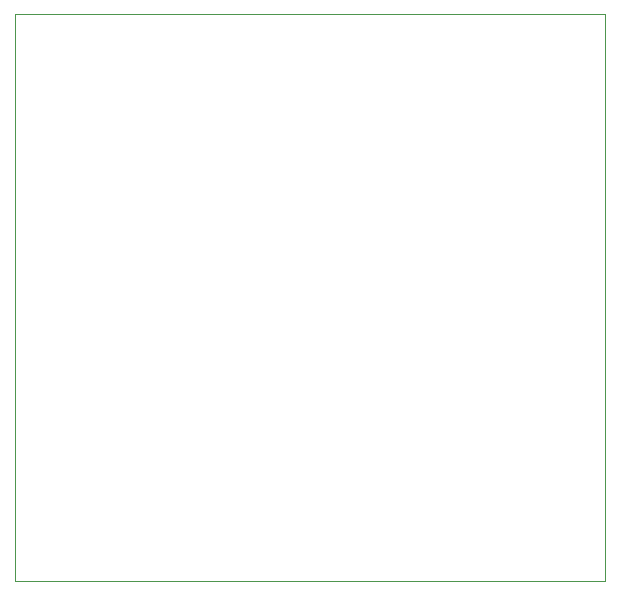
<source format=gbr>
%TF.GenerationSoftware,Altium Limited,Altium Designer,22.10.1 (41)*%
G04 Layer_Color=0*
%FSLAX45Y45*%
%MOMM*%
%TF.SameCoordinates,46D62589-93FC-40D0-8CC9-1CC447A4D7C4*%
%TF.FilePolarity,Positive*%
%TF.FileFunction,Profile,NP*%
%TF.Part,Single*%
G01*
G75*
%TA.AperFunction,Profile*%
%ADD102C,0.02540*%
D102*
X3300000Y2600000D02*
X8300000D01*
Y7400000D01*
X3300000D01*
Y2600000D01*
%TF.MD5,600d9c7d83f0f34a0a86dc07140bedeb*%
M02*

</source>
